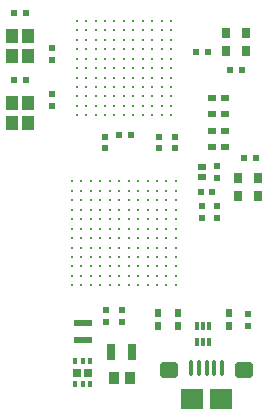
<source format=gtp>
G04*
G04 #@! TF.GenerationSoftware,Altium Limited,Altium Designer,20.2.6 (244)*
G04*
G04 Layer_Color=8421504*
%FSLAX25Y25*%
%MOIN*%
G70*
G04*
G04 #@! TF.SameCoordinates,98B12EC8-E559-45FE-9E7D-FCD1A3165D23*
G04*
G04*
G04 #@! TF.FilePolarity,Positive*
G04*
G01*
G75*
%ADD14R,0.02756X0.03150*%
%ADD15R,0.01575X0.01850*%
%ADD16R,0.01378X0.03150*%
%ADD17C,0.01181*%
%ADD18O,0.01575X0.05315*%
%ADD19R,0.07480X0.07087*%
G04:AMPARAMS|DCode=20|XSize=62.99mil|YSize=55.12mil|CornerRadius=13.78mil|HoleSize=0mil|Usage=FLASHONLY|Rotation=180.000|XOffset=0mil|YOffset=0mil|HoleType=Round|Shape=RoundedRectangle|*
%AMROUNDEDRECTD20*
21,1,0.06299,0.02756,0,0,180.0*
21,1,0.03543,0.05512,0,0,180.0*
1,1,0.02756,-0.01772,0.01378*
1,1,0.02756,0.01772,0.01378*
1,1,0.02756,0.01772,-0.01378*
1,1,0.02756,-0.01772,-0.01378*
%
%ADD20ROUNDEDRECTD20*%
%ADD21R,0.01968X0.01968*%
%ADD22R,0.02953X0.02362*%
%ADD23R,0.02362X0.02953*%
%ADD24R,0.02559X0.03347*%
%ADD25R,0.01968X0.01968*%
%ADD26R,0.03937X0.04724*%
%ADD27R,0.06299X0.01968*%
%ADD28C,0.01260*%
%ADD29R,0.03150X0.05512*%
%ADD30R,0.03543X0.03937*%
%ADD31R,0.02520X0.02362*%
D14*
X31693Y20472D02*
D03*
X35236D02*
D03*
D15*
X36024Y16634D02*
D03*
X30906D02*
D03*
X33465D02*
D03*
X30906Y24311D02*
D03*
X33465D02*
D03*
X36024D02*
D03*
D16*
X71653Y30709D02*
D03*
X73622D02*
D03*
X75590D02*
D03*
Y36221D02*
D03*
X71653D02*
D03*
X73621Y36221D02*
D03*
D17*
X29921Y49606D02*
D03*
Y52756D02*
D03*
Y55905D02*
D03*
Y59055D02*
D03*
Y62205D02*
D03*
Y65354D02*
D03*
Y68504D02*
D03*
Y71653D02*
D03*
Y74803D02*
D03*
Y77953D02*
D03*
Y81102D02*
D03*
Y84252D02*
D03*
X33071Y49606D02*
D03*
Y52756D02*
D03*
Y55905D02*
D03*
Y59055D02*
D03*
Y62205D02*
D03*
Y65354D02*
D03*
Y68504D02*
D03*
Y71653D02*
D03*
Y74803D02*
D03*
Y77953D02*
D03*
Y81102D02*
D03*
Y84252D02*
D03*
X36220Y49606D02*
D03*
Y52756D02*
D03*
Y55905D02*
D03*
Y59055D02*
D03*
Y62205D02*
D03*
Y65354D02*
D03*
Y68504D02*
D03*
Y71653D02*
D03*
Y74803D02*
D03*
Y77953D02*
D03*
Y81102D02*
D03*
Y84252D02*
D03*
X39370Y49606D02*
D03*
Y52756D02*
D03*
Y55905D02*
D03*
Y59055D02*
D03*
Y62205D02*
D03*
Y65354D02*
D03*
Y68504D02*
D03*
Y71653D02*
D03*
Y74803D02*
D03*
Y77953D02*
D03*
Y81102D02*
D03*
Y84252D02*
D03*
X42520Y49606D02*
D03*
Y52756D02*
D03*
Y55905D02*
D03*
Y59055D02*
D03*
Y62205D02*
D03*
Y65354D02*
D03*
Y68504D02*
D03*
Y71653D02*
D03*
Y74803D02*
D03*
Y77953D02*
D03*
Y81102D02*
D03*
Y84252D02*
D03*
X45669Y49606D02*
D03*
Y52756D02*
D03*
Y55905D02*
D03*
Y59055D02*
D03*
Y62205D02*
D03*
Y65354D02*
D03*
Y68504D02*
D03*
Y71653D02*
D03*
Y74803D02*
D03*
Y77953D02*
D03*
Y81102D02*
D03*
Y84252D02*
D03*
X48819Y49606D02*
D03*
Y52756D02*
D03*
Y55905D02*
D03*
Y59055D02*
D03*
Y62205D02*
D03*
Y65354D02*
D03*
Y68504D02*
D03*
Y71653D02*
D03*
Y74803D02*
D03*
Y77953D02*
D03*
Y81102D02*
D03*
Y84252D02*
D03*
X51968Y49606D02*
D03*
Y52756D02*
D03*
Y55905D02*
D03*
Y59055D02*
D03*
Y62205D02*
D03*
Y65354D02*
D03*
Y68504D02*
D03*
Y71653D02*
D03*
Y74803D02*
D03*
Y77953D02*
D03*
Y81102D02*
D03*
Y84252D02*
D03*
X55118Y49606D02*
D03*
Y52756D02*
D03*
Y55905D02*
D03*
Y59055D02*
D03*
Y62205D02*
D03*
Y65354D02*
D03*
Y68504D02*
D03*
Y71653D02*
D03*
Y74803D02*
D03*
Y77953D02*
D03*
Y81102D02*
D03*
Y84252D02*
D03*
X58268Y49606D02*
D03*
Y52756D02*
D03*
Y55905D02*
D03*
Y59055D02*
D03*
Y62205D02*
D03*
Y65354D02*
D03*
Y68504D02*
D03*
Y71653D02*
D03*
Y74803D02*
D03*
Y77953D02*
D03*
Y81102D02*
D03*
Y84252D02*
D03*
X61417Y49606D02*
D03*
Y52756D02*
D03*
Y55905D02*
D03*
Y59055D02*
D03*
Y62205D02*
D03*
Y65354D02*
D03*
Y68504D02*
D03*
Y71653D02*
D03*
Y74803D02*
D03*
Y77953D02*
D03*
Y81102D02*
D03*
Y84252D02*
D03*
X64567Y49606D02*
D03*
Y52756D02*
D03*
Y55905D02*
D03*
Y59055D02*
D03*
Y62205D02*
D03*
Y65354D02*
D03*
Y68504D02*
D03*
Y71653D02*
D03*
Y74803D02*
D03*
Y77953D02*
D03*
Y81102D02*
D03*
Y84252D02*
D03*
D18*
X77362Y22146D02*
D03*
X79921D02*
D03*
X69685D02*
D03*
X72244D02*
D03*
X74803D02*
D03*
D19*
X70079Y11614D02*
D03*
X79528D02*
D03*
D20*
X62205Y21260D02*
D03*
X87402D02*
D03*
D21*
X40945Y99213D02*
D03*
Y95276D02*
D03*
X88583Y36220D02*
D03*
Y40157D02*
D03*
X23228Y109449D02*
D03*
Y113386D02*
D03*
Y128740D02*
D03*
Y124803D02*
D03*
X41339Y41339D02*
D03*
Y37402D02*
D03*
X46457Y41339D02*
D03*
Y37402D02*
D03*
X59055Y99213D02*
D03*
Y95276D02*
D03*
X64173D02*
D03*
Y99213D02*
D03*
X73228Y72047D02*
D03*
Y75984D02*
D03*
X78347D02*
D03*
Y72047D02*
D03*
X78347Y89370D02*
D03*
Y85433D02*
D03*
D22*
X76476Y112205D02*
D03*
X81004D02*
D03*
X76476Y106693D02*
D03*
X81004D02*
D03*
X76476Y101181D02*
D03*
X81004D02*
D03*
X76476Y95669D02*
D03*
X81004D02*
D03*
D23*
X65354Y40453D02*
D03*
Y35925D02*
D03*
X58661Y40453D02*
D03*
Y35925D02*
D03*
X82284Y40453D02*
D03*
Y35925D02*
D03*
D24*
X87894Y133760D02*
D03*
Y127657D02*
D03*
X81398Y133760D02*
D03*
Y127657D02*
D03*
X91831Y85335D02*
D03*
Y79232D02*
D03*
X85335Y85335D02*
D03*
Y79232D02*
D03*
D25*
X76772Y80709D02*
D03*
X72835D02*
D03*
X91339Y92126D02*
D03*
X87402D02*
D03*
X14567Y118110D02*
D03*
X10630D02*
D03*
X14567Y140551D02*
D03*
X10630D02*
D03*
X45669Y99606D02*
D03*
X49606D02*
D03*
X75197Y127559D02*
D03*
X71260D02*
D03*
X86614Y121260D02*
D03*
X82677D02*
D03*
D26*
X15158Y103738D02*
D03*
X10040D02*
D03*
X15158Y110431D02*
D03*
X10040D02*
D03*
X15158Y126179D02*
D03*
X10040D02*
D03*
X15158Y132872D02*
D03*
X10040D02*
D03*
D27*
X33465Y31299D02*
D03*
Y37205D02*
D03*
D28*
X62992Y106299D02*
D03*
X59843D02*
D03*
X56693D02*
D03*
X53543D02*
D03*
X50394D02*
D03*
X47244D02*
D03*
X44094D02*
D03*
X40945D02*
D03*
X37795D02*
D03*
X34646D02*
D03*
X31496D02*
D03*
X62992Y109449D02*
D03*
X59843D02*
D03*
X56693D02*
D03*
X53543D02*
D03*
X50394D02*
D03*
X47244D02*
D03*
X44094D02*
D03*
X40945D02*
D03*
X37795D02*
D03*
X34646D02*
D03*
X31496D02*
D03*
X62992Y112599D02*
D03*
X59843D02*
D03*
X56693D02*
D03*
X53543D02*
D03*
X50394D02*
D03*
X47244D02*
D03*
X44094D02*
D03*
X40945D02*
D03*
X37795D02*
D03*
X34646D02*
D03*
X31496D02*
D03*
X62992Y115748D02*
D03*
X59843D02*
D03*
X56693D02*
D03*
X53543D02*
D03*
X50394D02*
D03*
X47244D02*
D03*
X44094D02*
D03*
X40945D02*
D03*
X37795D02*
D03*
X34646D02*
D03*
X31496D02*
D03*
X62992Y118898D02*
D03*
X59843D02*
D03*
X56693D02*
D03*
X53543D02*
D03*
X50394D02*
D03*
X47244D02*
D03*
X44094D02*
D03*
X40945D02*
D03*
X37795D02*
D03*
X34646D02*
D03*
X31496D02*
D03*
X62992Y122047D02*
D03*
X59843D02*
D03*
X56693D02*
D03*
X53543D02*
D03*
X50394D02*
D03*
X47244D02*
D03*
X44094D02*
D03*
X40945D02*
D03*
X37795D02*
D03*
X34646D02*
D03*
X31496D02*
D03*
X62992Y125197D02*
D03*
X59843D02*
D03*
X56693D02*
D03*
X53543D02*
D03*
X50394D02*
D03*
X47244D02*
D03*
X44094D02*
D03*
X40945D02*
D03*
X37795D02*
D03*
X34646D02*
D03*
X31496D02*
D03*
X62992Y128347D02*
D03*
X59843D02*
D03*
X56693D02*
D03*
X53543D02*
D03*
X50394D02*
D03*
X47244D02*
D03*
X44094D02*
D03*
X40945D02*
D03*
X37795D02*
D03*
X34646D02*
D03*
X31496D02*
D03*
X62992Y131496D02*
D03*
X59843D02*
D03*
X56693D02*
D03*
X53543D02*
D03*
X50394D02*
D03*
X47244D02*
D03*
X44094D02*
D03*
X40945D02*
D03*
X37795D02*
D03*
X34646D02*
D03*
X31496D02*
D03*
X62992Y134646D02*
D03*
X59843D02*
D03*
X56693D02*
D03*
X53543D02*
D03*
X50394D02*
D03*
X47244D02*
D03*
X44094D02*
D03*
X40945D02*
D03*
X37795D02*
D03*
X34646D02*
D03*
X31496D02*
D03*
X62992Y137795D02*
D03*
X59843D02*
D03*
X56693D02*
D03*
X53543D02*
D03*
X50394D02*
D03*
X47244D02*
D03*
X44094D02*
D03*
X40945D02*
D03*
X37795D02*
D03*
X34646D02*
D03*
X31496D02*
D03*
D29*
X42912Y27559D02*
D03*
X49999D02*
D03*
D30*
X49114Y18898D02*
D03*
X43799D02*
D03*
D31*
X73228Y89134D02*
D03*
Y85669D02*
D03*
M02*

</source>
